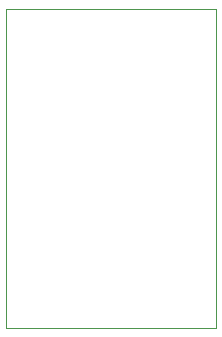
<source format=gm1>
%TF.GenerationSoftware,KiCad,Pcbnew,7.0.1*%
%TF.CreationDate,2023-05-11T16:23:10+02:00*%
%TF.ProjectId,Generic_Buck_Converter,47656e65-7269-4635-9f42-75636b5f436f,rev?*%
%TF.SameCoordinates,Original*%
%TF.FileFunction,Profile,NP*%
%FSLAX46Y46*%
G04 Gerber Fmt 4.6, Leading zero omitted, Abs format (unit mm)*
G04 Created by KiCad (PCBNEW 7.0.1) date 2023-05-11 16:23:10*
%MOMM*%
%LPD*%
G01*
G04 APERTURE LIST*
%TA.AperFunction,Profile*%
%ADD10C,0.100000*%
%TD*%
G04 APERTURE END LIST*
D10*
X100000000Y-100000000D02*
X117800000Y-100000000D01*
X117800000Y-127050000D01*
X100000000Y-127050000D01*
X100000000Y-100000000D01*
M02*

</source>
